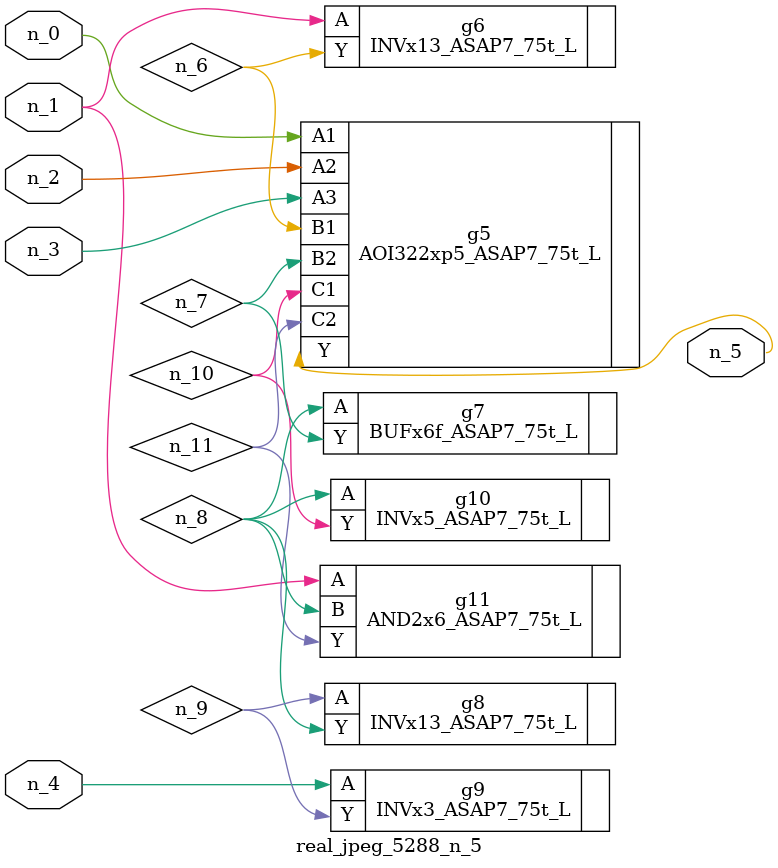
<source format=v>
module real_jpeg_5288_n_5 (n_4, n_0, n_1, n_2, n_3, n_5);

input n_4;
input n_0;
input n_1;
input n_2;
input n_3;

output n_5;

wire n_8;
wire n_11;
wire n_6;
wire n_7;
wire n_10;
wire n_9;

AOI322xp5_ASAP7_75t_L g5 ( 
.A1(n_0),
.A2(n_2),
.A3(n_3),
.B1(n_6),
.B2(n_7),
.C1(n_10),
.C2(n_11),
.Y(n_5)
);

INVx13_ASAP7_75t_L g6 ( 
.A(n_1),
.Y(n_6)
);

AND2x6_ASAP7_75t_L g11 ( 
.A(n_1),
.B(n_8),
.Y(n_11)
);

INVx3_ASAP7_75t_L g9 ( 
.A(n_4),
.Y(n_9)
);

BUFx6f_ASAP7_75t_L g7 ( 
.A(n_8),
.Y(n_7)
);

INVx5_ASAP7_75t_L g10 ( 
.A(n_8),
.Y(n_10)
);

INVx13_ASAP7_75t_L g8 ( 
.A(n_9),
.Y(n_8)
);


endmodule
</source>
